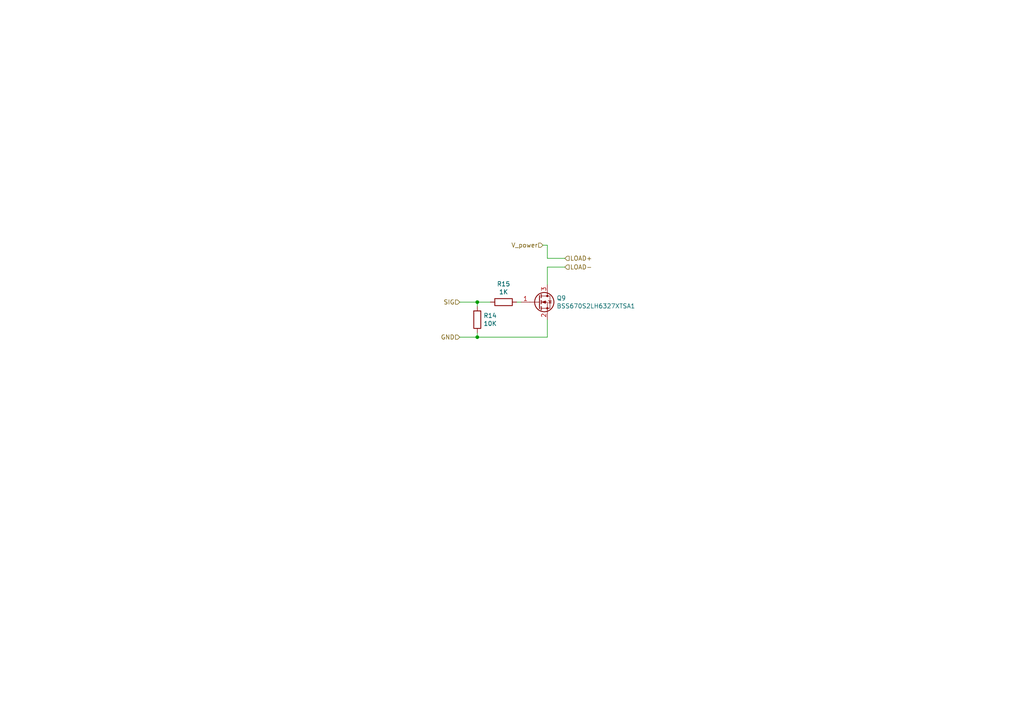
<source format=kicad_sch>
(kicad_sch (version 20211123) (generator eeschema)
  (paper "A4")
  (lib_symbols
    (symbol "Device:Q_NMOS_GSD" (pin_names (offset 0) hide)
      (property "Reference" "Q" (at 5.08 1.27 0))
      (property "Value" "Q_NMOS_GSD" (at 5.08 -1.27 0))
      (symbol "Q_NMOS_GSD_0_1"
        (polyline (pts (xy 0.254 0) (xy -2.54 0)))
        (polyline (pts (xy 0.254 1.905) (xy 0.254 -1.905)) (stroke (width 0.254)))
        (polyline (pts (xy 0.762 -1.27) (xy 0.762 -2.286)) (stroke (width 0.254)))
        (polyline (pts (xy 0.762 0.508) (xy 0.762 -0.508)) (stroke (width 0.254)))
        (polyline (pts (xy 0.762 2.286) (xy 0.762 1.27)) (stroke (width 0.254)))
        (polyline (pts (xy 2.54 2.54) (xy 2.54 1.778)))
        (polyline (pts (xy 2.54 -2.54) (xy 2.54 0) (xy 0.762 0)))
        (polyline (pts (xy 0.762 -1.778) (xy 3.302 -1.778) (xy 3.302 1.778) (xy 0.762 1.778)))
        (polyline (pts (xy 1.016 0) (xy 2.032 0.381) (xy 2.032 -0.381) (xy 1.016 0)) (fill (type outline)))
        (polyline (pts (xy 2.794 0.508) (xy 2.921 0.381) (xy 3.683 0.381) (xy 3.81 0.254)))
        (polyline (pts (xy 3.302 0.381) (xy 2.921 -0.254) (xy 3.683 -0.254) (xy 3.302 0.381)))
        (circle (center 1.651 0) (radius 2.794) (stroke (width 0.254)))
        (circle (center 2.54 -1.778) (radius 0.254) (fill (type outline)))
        (circle (center 2.54 1.778) (radius 0.254) (fill (type outline)))
      )
      (symbol "Q_NMOS_GSD_1_1"
        (pin input line (at -5.08 0 0) (length 2.54) (name "G") (number "1"))
        (pin passive line (at 2.54 -5.08 90) (length 2.54) (name "S") (number "2"))
        (pin passive line (at 2.54 5.08 270) (length 2.54) (name "D") (number "3"))
      )
    )
    (symbol "Device:R" (pin_numbers hide) (pin_names (offset 0))
      (property "Reference" "R" (at 2.032 0 90))
      (property "Value" "R" (at 0 0 90))
      (symbol "R_0_1"
        (rectangle (start -1.016 -2.54) (end 1.016 2.54) (stroke (width 0.254)))
      )
      (symbol "R_1_1"
        (pin passive line (at 0 3.81 270) (length 1.27) (name "~") (number "1"))
        (pin passive line (at 0 -3.81 90) (length 1.27) (name "~") (number "2"))
      )
    )
  )
  (junction (at 138.43 87.63))
  (junction (at 138.43 97.79))
  (wire (pts (xy 149.86 87.63) (xy 151.13 87.63)))
  (wire (pts (xy 158.75 77.47) (xy 158.75 82.55)))
  (wire (pts (xy 163.83 74.93) (xy 158.75 74.93)))
  (wire (pts (xy 138.43 97.79) (xy 158.75 97.79)))
  (wire (pts (xy 138.43 87.63) (xy 142.24 87.63)))
  (wire (pts (xy 158.75 74.93) (xy 158.75 71.12)))
  (wire (pts (xy 133.35 97.79) (xy 138.43 97.79)))
  (wire (pts (xy 158.75 97.79) (xy 158.75 92.71)))
  (wire (pts (xy 163.83 77.47) (xy 158.75 77.47)))
  (wire (pts (xy 158.75 71.12) (xy 157.48 71.12)))
  (wire (pts (xy 138.43 96.52) (xy 138.43 97.79)))
  (wire (pts (xy 138.43 88.9) (xy 138.43 87.63)))
  (wire (pts (xy 133.35 87.63) (xy 138.43 87.63)))
  (hierarchical_label "LOAD-" (shape input) (at 163.83 77.47 0))
  (hierarchical_label "GND" (shape input) (at 133.35 97.79 180))
  (hierarchical_label "LOAD+" (shape input) (at 163.83 74.93 0))
  (hierarchical_label "V_power" (shape input) (at 157.48 71.12 180))
  (hierarchical_label "SIG" (shape input) (at 133.35 87.63 180))
  (symbol (lib_id "Device:R") (at 138.43 92.71 0)
    (property "Reference" "R14" (at 140.208 91.5416 0) (effects (justify left)))
    (property "Value" "10K" (at 140.208 93.853 0) (effects (justify left)))
    (property "Footprint" "Resistor_SMD:R_0603_1608Metric" (effects hide))
  )
  (symbol (lib_id "Device:Q_NMOS_GSD") (at 156.21 87.63 0)
    (property "Reference" "Q9" (at 161.417 86.4616 0) (effects (justify left)))
    (property "Value" "BSS670S2LH6327XTSA1‎" (at 161.417 88.773 0) (effects (justify left)))
    (property "Footprint" "Package_TO_SOT_SMD:SC-59" (effects hide))
  )
  (symbol (lib_id "Device:R") (at 146.05 87.63 270)
    (property "Reference" "R15" (at 146.05 82.3722 90))
    (property "Value" "1K" (at 146.05 84.6836 90))
    (property "Footprint" "Resistor_SMD:R_0603_1608Metric" (effects hide))
  )
)
</source>
